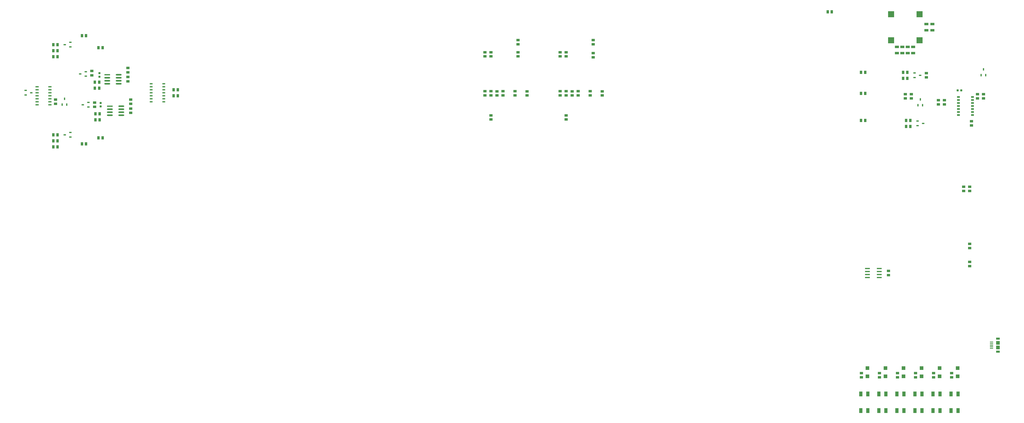
<source format=gtp>
G04*
G04 #@! TF.GenerationSoftware,Altium Limited,Altium Designer,21.6.4 (81)*
G04*
G04 Layer_Color=8421504*
%FSLAX25Y25*%
%MOIN*%
G70*
G04*
G04 #@! TF.SameCoordinates,CD5F86C8-859A-4174-9CB5-FF9077504482*
G04*
G04*
G04 #@! TF.FilePolarity,Positive*
G04*
G01*
G75*
%ADD31R,0.06102X0.03445*%
%ADD32R,0.03937X0.02362*%
%ADD33R,0.05118X0.02756*%
G04:AMPARAMS|DCode=34|XSize=77.56mil|YSize=23.23mil|CornerRadius=2.9mil|HoleSize=0mil|Usage=FLASHONLY|Rotation=0.000|XOffset=0mil|YOffset=0mil|HoleType=Round|Shape=RoundedRectangle|*
%AMROUNDEDRECTD34*
21,1,0.07756,0.01742,0,0,0.0*
21,1,0.07175,0.02323,0,0,0.0*
1,1,0.00581,0.03588,-0.00871*
1,1,0.00581,-0.03588,-0.00871*
1,1,0.00581,-0.03588,0.00871*
1,1,0.00581,0.03588,0.00871*
%
%ADD34ROUNDEDRECTD34*%
%ADD35R,0.05709X0.02362*%
%ADD36R,0.04646X0.02284*%
%ADD37R,0.09721X0.02449*%
G04:AMPARAMS|DCode=38|XSize=97.21mil|YSize=24.49mil|CornerRadius=12.25mil|HoleSize=0mil|Usage=FLASHONLY|Rotation=0.000|XOffset=0mil|YOffset=0mil|HoleType=Round|Shape=RoundedRectangle|*
%AMROUNDEDRECTD38*
21,1,0.09721,0.00000,0,0,0.0*
21,1,0.07272,0.02449,0,0,0.0*
1,1,0.02449,0.03636,0.00000*
1,1,0.02449,-0.03636,0.00000*
1,1,0.02449,-0.03636,0.00000*
1,1,0.02449,0.03636,0.00000*
%
%ADD38ROUNDEDRECTD38*%
%ADD39R,0.06528X0.04352*%
%ADD40R,0.05906X0.05906*%
%ADD41R,0.09843X0.09843*%
%ADD42R,0.06102X0.05906*%
G04:AMPARAMS|DCode=43|XSize=15.75mil|YSize=53.15mil|CornerRadius=3.94mil|HoleSize=0mil|Usage=FLASHONLY|Rotation=90.000|XOffset=0mil|YOffset=0mil|HoleType=Round|Shape=RoundedRectangle|*
%AMROUNDEDRECTD43*
21,1,0.01575,0.04528,0,0,90.0*
21,1,0.00787,0.05315,0,0,90.0*
1,1,0.00787,0.02264,0.00394*
1,1,0.00787,0.02264,-0.00394*
1,1,0.00787,-0.02264,-0.00394*
1,1,0.00787,-0.02264,0.00394*
%
%ADD43ROUNDEDRECTD43*%
G04:AMPARAMS|DCode=44|XSize=55mil|YSize=43mil|CornerRadius=7.96mil|HoleSize=0mil|Usage=FLASHONLY|Rotation=90.000|XOffset=0mil|YOffset=0mil|HoleType=Round|Shape=RoundedRectangle|*
%AMROUNDEDRECTD44*
21,1,0.05500,0.02709,0,0,90.0*
21,1,0.03909,0.04300,0,0,90.0*
1,1,0.01591,0.01355,0.01955*
1,1,0.01591,0.01355,-0.01955*
1,1,0.01591,-0.01355,-0.01955*
1,1,0.01591,-0.01355,0.01955*
%
%ADD44ROUNDEDRECTD44*%
G04:AMPARAMS|DCode=45|XSize=35mil|YSize=34mil|CornerRadius=5.95mil|HoleSize=0mil|Usage=FLASHONLY|Rotation=270.000|XOffset=0mil|YOffset=0mil|HoleType=Round|Shape=RoundedRectangle|*
%AMROUNDEDRECTD45*
21,1,0.03500,0.02210,0,0,270.0*
21,1,0.02310,0.03400,0,0,270.0*
1,1,0.01190,-0.01105,-0.01155*
1,1,0.01190,-0.01105,0.01155*
1,1,0.01190,0.01105,0.01155*
1,1,0.01190,0.01105,-0.01155*
%
%ADD45ROUNDEDRECTD45*%
%ADD46R,0.05512X0.07874*%
G04:AMPARAMS|DCode=47|XSize=35mil|YSize=34mil|CornerRadius=5.95mil|HoleSize=0mil|Usage=FLASHONLY|Rotation=180.000|XOffset=0mil|YOffset=0mil|HoleType=Round|Shape=RoundedRectangle|*
%AMROUNDEDRECTD47*
21,1,0.03500,0.02210,0,0,180.0*
21,1,0.02310,0.03400,0,0,180.0*
1,1,0.01190,-0.01155,0.01105*
1,1,0.01190,0.01155,0.01105*
1,1,0.01190,0.01155,-0.01105*
1,1,0.01190,-0.01155,-0.01105*
%
%ADD47ROUNDEDRECTD47*%
%ADD48R,0.02362X0.03937*%
G04:AMPARAMS|DCode=49|XSize=55mil|YSize=43mil|CornerRadius=7.96mil|HoleSize=0mil|Usage=FLASHONLY|Rotation=180.000|XOffset=0mil|YOffset=0mil|HoleType=Round|Shape=RoundedRectangle|*
%AMROUNDEDRECTD49*
21,1,0.05500,0.02709,0,0,180.0*
21,1,0.03909,0.04300,0,0,180.0*
1,1,0.01591,-0.01955,0.01355*
1,1,0.01591,0.01955,0.01355*
1,1,0.01591,0.01955,-0.01355*
1,1,0.01591,-0.01955,-0.01355*
%
%ADD49ROUNDEDRECTD49*%
D31*
X1717000Y129222D02*
D03*
Y150778D02*
D03*
D32*
X165276Y640000D02*
D03*
X174724Y643740D02*
D03*
Y636260D02*
D03*
X1583276Y512740D02*
D03*
Y505260D02*
D03*
X1592724Y509000D02*
D03*
X1578276Y592740D02*
D03*
Y585260D02*
D03*
X1587724Y589000D02*
D03*
X195276Y540000D02*
D03*
X204724Y543740D02*
D03*
Y536260D02*
D03*
X200498Y587500D02*
D03*
Y594980D02*
D03*
X191049Y591240D02*
D03*
X100276Y563740D02*
D03*
Y556260D02*
D03*
X109724Y560000D02*
D03*
X165276Y490000D02*
D03*
X174724Y493740D02*
D03*
Y486260D02*
D03*
D33*
X1651386Y552950D02*
D03*
Y547950D02*
D03*
Y542950D02*
D03*
Y537950D02*
D03*
Y532950D02*
D03*
Y527950D02*
D03*
Y522950D02*
D03*
X1674614Y552950D02*
D03*
Y547950D02*
D03*
Y542950D02*
D03*
Y537950D02*
D03*
Y532950D02*
D03*
Y527950D02*
D03*
Y522950D02*
D03*
D34*
X1500256Y267500D02*
D03*
Y262500D02*
D03*
Y257500D02*
D03*
Y252500D02*
D03*
X1519744D02*
D03*
Y257500D02*
D03*
Y262500D02*
D03*
Y267500D02*
D03*
D35*
X140728Y540000D02*
D03*
Y545000D02*
D03*
Y550000D02*
D03*
Y555000D02*
D03*
Y560000D02*
D03*
Y565000D02*
D03*
Y570000D02*
D03*
X119272Y540000D02*
D03*
Y545000D02*
D03*
Y550000D02*
D03*
Y555000D02*
D03*
Y560000D02*
D03*
Y565000D02*
D03*
Y570000D02*
D03*
D36*
X330000Y545000D02*
D03*
Y550000D02*
D03*
Y555000D02*
D03*
Y560000D02*
D03*
Y565000D02*
D03*
Y570000D02*
D03*
Y575000D02*
D03*
X309055D02*
D03*
Y570000D02*
D03*
Y565000D02*
D03*
Y560000D02*
D03*
Y555000D02*
D03*
Y550000D02*
D03*
Y545000D02*
D03*
D37*
X235995Y590000D02*
D03*
X240498Y537500D02*
D03*
D38*
X235995Y585000D02*
D03*
Y580000D02*
D03*
Y575000D02*
D03*
X255000D02*
D03*
Y580000D02*
D03*
Y585000D02*
D03*
Y590000D02*
D03*
X259502Y537500D02*
D03*
Y532500D02*
D03*
Y527500D02*
D03*
Y522500D02*
D03*
X240498D02*
D03*
Y527500D02*
D03*
Y532500D02*
D03*
D39*
X1576000Y636025D02*
D03*
Y625975D02*
D03*
X1598000Y674025D02*
D03*
Y663975D02*
D03*
X1608000Y674025D02*
D03*
Y663975D02*
D03*
X1549000Y636025D02*
D03*
Y625975D02*
D03*
X1558000Y636025D02*
D03*
Y625975D02*
D03*
X1567000Y636025D02*
D03*
Y625975D02*
D03*
D40*
X1650000Y88110D02*
D03*
Y101890D02*
D03*
X1500000Y88110D02*
D03*
Y101890D02*
D03*
X1560000D02*
D03*
Y88110D02*
D03*
X1530000D02*
D03*
Y101890D02*
D03*
X1590000Y88110D02*
D03*
Y101890D02*
D03*
X1620000Y88110D02*
D03*
Y101890D02*
D03*
D41*
X1586622Y690654D02*
D03*
Y647346D02*
D03*
X1539378D02*
D03*
Y690654D02*
D03*
D42*
X1717000Y136063D02*
D03*
Y143937D02*
D03*
D43*
X1706370Y145118D02*
D03*
Y142559D02*
D03*
Y140000D02*
D03*
Y137441D02*
D03*
Y134882D02*
D03*
D44*
X200850Y655000D02*
D03*
X194150D02*
D03*
X1489450Y514000D02*
D03*
X1496550D02*
D03*
X1571550Y504000D02*
D03*
X1564450D02*
D03*
Y514000D02*
D03*
X1571550D02*
D03*
X1489450Y559000D02*
D03*
X1496550D02*
D03*
X1566550Y584000D02*
D03*
X1559450D02*
D03*
X1489450Y594000D02*
D03*
X1496550D02*
D03*
X153550Y470000D02*
D03*
X146450D02*
D03*
Y480000D02*
D03*
X153550D02*
D03*
X346450Y565000D02*
D03*
X353550D02*
D03*
X223550Y515000D02*
D03*
X216450D02*
D03*
X223550Y525000D02*
D03*
X216450D02*
D03*
X221450Y485000D02*
D03*
X228550D02*
D03*
X146450Y630000D02*
D03*
X153550D02*
D03*
X146450Y640000D02*
D03*
X153550D02*
D03*
X222598Y567500D02*
D03*
X215498D02*
D03*
Y577500D02*
D03*
X222598D02*
D03*
X1559450Y594000D02*
D03*
X1566550D02*
D03*
X146450Y620000D02*
D03*
X153550D02*
D03*
Y490000D02*
D03*
X146450D02*
D03*
X228550Y635000D02*
D03*
X221450D02*
D03*
X353550Y555000D02*
D03*
X346450D02*
D03*
X1440850Y694500D02*
D03*
X1434150D02*
D03*
X194150Y475000D02*
D03*
X200850D02*
D03*
D45*
X222998Y586550D02*
D03*
Y592450D02*
D03*
X225000Y537050D02*
D03*
Y542950D02*
D03*
D46*
X1639095Y31220D02*
D03*
Y58780D02*
D03*
X1650905Y31220D02*
D03*
Y58780D02*
D03*
X1489095Y31220D02*
D03*
Y58780D02*
D03*
X1500906Y31220D02*
D03*
Y58780D02*
D03*
X1530906Y58780D02*
D03*
Y31221D02*
D03*
X1519094Y58780D02*
D03*
Y31221D02*
D03*
X1549094Y31220D02*
D03*
Y58780D02*
D03*
X1560905Y31220D02*
D03*
Y58780D02*
D03*
X1579095Y31220D02*
D03*
Y58780D02*
D03*
X1590905Y31220D02*
D03*
Y58780D02*
D03*
X1609094Y31221D02*
D03*
Y58780D02*
D03*
X1620905Y31221D02*
D03*
Y58780D02*
D03*
D47*
X1650050Y564000D02*
D03*
X1655950D02*
D03*
D48*
X1689260Y589276D02*
D03*
X1696740D02*
D03*
X1693000Y598724D02*
D03*
X161260Y540276D02*
D03*
X168740D02*
D03*
X165000Y549724D02*
D03*
X1584260Y539276D02*
D03*
X1591740D02*
D03*
X1588000Y548724D02*
D03*
D49*
X1563000Y550450D02*
D03*
Y557550D02*
D03*
X1573000Y550450D02*
D03*
Y557550D02*
D03*
X1683000Y550450D02*
D03*
Y557550D02*
D03*
X1598000Y592550D02*
D03*
Y585450D02*
D03*
X1693000Y557550D02*
D03*
Y550450D02*
D03*
X1673000Y512550D02*
D03*
Y505450D02*
D03*
X275000Y541450D02*
D03*
Y548550D02*
D03*
X215000Y543550D02*
D03*
Y536450D02*
D03*
X275000Y526450D02*
D03*
Y533550D02*
D03*
X150000Y548550D02*
D03*
Y541450D02*
D03*
X874000Y522350D02*
D03*
Y515650D02*
D03*
X1044000Y619000D02*
D03*
Y625700D02*
D03*
X919000Y620650D02*
D03*
Y627350D02*
D03*
X884000Y562350D02*
D03*
Y555650D02*
D03*
X1059000Y562350D02*
D03*
Y555650D02*
D03*
X874000Y627350D02*
D03*
Y620650D02*
D03*
X999000Y627350D02*
D03*
Y620650D02*
D03*
X934000Y562350D02*
D03*
Y555650D02*
D03*
X989000Y620650D02*
D03*
Y627350D02*
D03*
X864000Y620650D02*
D03*
Y627350D02*
D03*
X999000Y522350D02*
D03*
Y515650D02*
D03*
X1009000Y562350D02*
D03*
Y555650D02*
D03*
X270498Y593950D02*
D03*
Y601050D02*
D03*
X210498Y596050D02*
D03*
Y588950D02*
D03*
X270498Y578950D02*
D03*
Y586050D02*
D03*
X914000Y555450D02*
D03*
Y562550D02*
D03*
X864000Y555450D02*
D03*
Y562550D02*
D03*
X999000D02*
D03*
Y555450D02*
D03*
X989000D02*
D03*
Y562550D02*
D03*
X1044000Y640450D02*
D03*
Y647550D02*
D03*
X1039000Y555450D02*
D03*
Y562550D02*
D03*
X1019000Y555450D02*
D03*
Y562550D02*
D03*
X894000Y555450D02*
D03*
Y562550D02*
D03*
X874000D02*
D03*
Y555450D02*
D03*
X919000Y640450D02*
D03*
Y647550D02*
D03*
X1628000Y540450D02*
D03*
Y547550D02*
D03*
X1618000D02*
D03*
Y540450D02*
D03*
X1490000Y93550D02*
D03*
Y86450D02*
D03*
X1550000D02*
D03*
Y93550D02*
D03*
X1520000D02*
D03*
Y86450D02*
D03*
X1580000Y93550D02*
D03*
Y86450D02*
D03*
X1670000Y301450D02*
D03*
Y308550D02*
D03*
Y278550D02*
D03*
Y271450D02*
D03*
Y403550D02*
D03*
Y396450D02*
D03*
X1660000Y403550D02*
D03*
Y396450D02*
D03*
X1535000Y256450D02*
D03*
Y263550D02*
D03*
X1610000Y93550D02*
D03*
Y86450D02*
D03*
X1640000Y93550D02*
D03*
Y86450D02*
D03*
M02*

</source>
